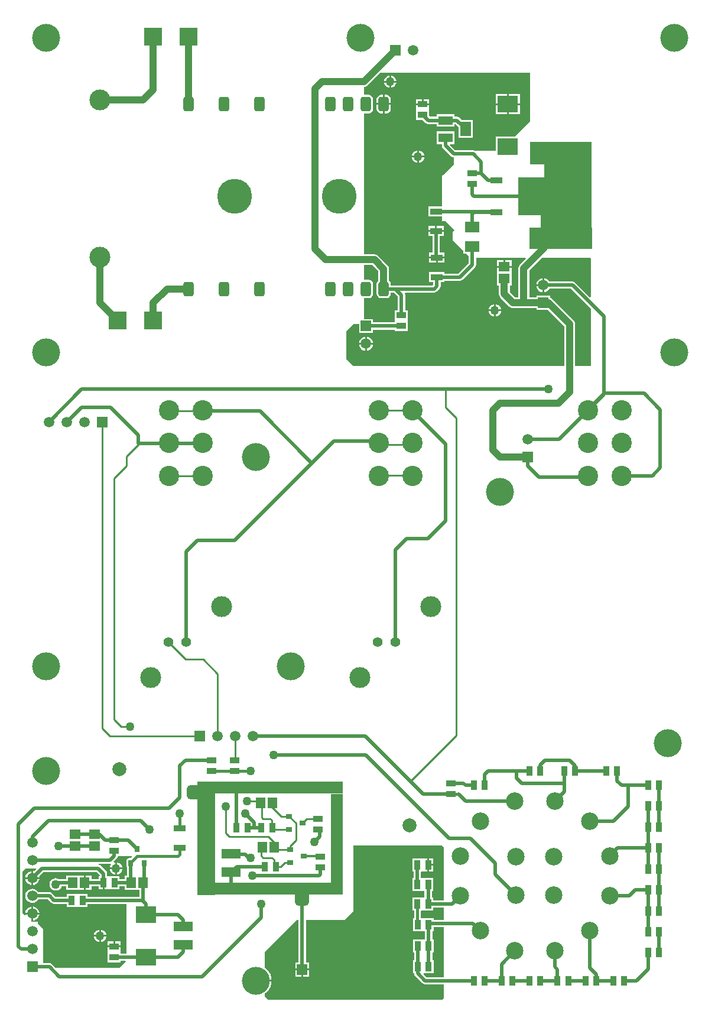
<source format=gtl>
G04*
G04 #@! TF.GenerationSoftware,Altium Limited,CircuitStudio,1.5.2 (30)*
G04*
G04 Layer_Physical_Order=1*
G04 Layer_Color=11767835*
%FSLAX25Y25*%
%MOIN*%
G70*
G01*
G75*
%ADD10R,0.07087X0.03543*%
%ADD11R,0.24410X0.21457*%
%ADD12R,0.11417X0.09449*%
%ADD13R,0.05315X0.03740*%
%ADD14R,0.06693X0.03740*%
G04:AMPARAMS|DCode=15|XSize=78.74mil|YSize=78.74mil|CornerRadius=19.69mil|HoleSize=0mil|Usage=FLASHONLY|Rotation=270.000|XOffset=0mil|YOffset=0mil|HoleType=Round|Shape=RoundedRectangle|*
%AMROUNDEDRECTD15*
21,1,0.07874,0.03937,0,0,270.0*
21,1,0.03937,0.07874,0,0,270.0*
1,1,0.03937,-0.01969,-0.01969*
1,1,0.03937,-0.01969,0.01969*
1,1,0.03937,0.01969,0.01969*
1,1,0.03937,0.01969,-0.01969*
%
%ADD15ROUNDEDRECTD15*%
%ADD16R,0.05512X0.06102*%
%ADD17R,0.03740X0.05315*%
%ADD18R,0.11024X0.05512*%
G04:AMPARAMS|DCode=19|XSize=29.92mil|YSize=35.43mil|CornerRadius=7.48mil|HoleSize=0mil|Usage=FLASHONLY|Rotation=0.000|XOffset=0mil|YOffset=0mil|HoleType=Round|Shape=RoundedRectangle|*
%AMROUNDEDRECTD19*
21,1,0.02992,0.02047,0,0,0.0*
21,1,0.01496,0.03543,0,0,0.0*
1,1,0.01496,0.00748,-0.01024*
1,1,0.01496,-0.00748,-0.01024*
1,1,0.01496,-0.00748,0.01024*
1,1,0.01496,0.00748,0.01024*
%
%ADD19ROUNDEDRECTD19*%
%ADD20R,0.06102X0.05512*%
%ADD21R,0.06299X0.07874*%
%ADD22R,0.07874X0.05118*%
G04:AMPARAMS|DCode=23|XSize=59.06mil|YSize=82.68mil|CornerRadius=14.76mil|HoleSize=0mil|Usage=FLASHONLY|Rotation=0.000|XOffset=0mil|YOffset=0mil|HoleType=Round|Shape=RoundedRectangle|*
%AMROUNDEDRECTD23*
21,1,0.05906,0.05315,0,0,0.0*
21,1,0.02953,0.08268,0,0,0.0*
1,1,0.02953,0.01476,-0.02658*
1,1,0.02953,-0.01476,-0.02658*
1,1,0.02953,-0.01476,0.02658*
1,1,0.02953,0.01476,0.02658*
%
%ADD23ROUNDEDRECTD23*%
%ADD24R,0.07874X0.05906*%
%ADD25R,0.03543X0.03150*%
%ADD26C,0.03937*%
%ADD27C,0.02000*%
%ADD28C,0.04000*%
%ADD29C,0.01000*%
%ADD30C,0.01500*%
%ADD31C,0.01181*%
%ADD32R,0.35000X0.13000*%
%ADD33R,0.27000X0.36000*%
%ADD34R,0.35177X0.12224*%
%ADD35R,0.10000X0.64000*%
%ADD36R,0.82000X0.07000*%
%ADD37R,0.07000X0.55000*%
%ADD38R,0.73000X0.07000*%
%ADD39R,0.05906X0.05906*%
%ADD40C,0.05906*%
%ADD41R,0.05906X0.05906*%
%ADD42C,0.11417*%
%ADD43C,0.11811*%
%ADD44C,0.05512*%
%ADD45C,0.15748*%
%ADD46R,0.09843X0.09843*%
%ADD47R,0.09843X0.09843*%
%ADD48C,0.19685*%
%ADD49C,0.09843*%
%ADD50C,0.07874*%
%ADD51C,0.05000*%
G36*
X292500Y504114D02*
X283913Y495528D01*
X273291D01*
Y487500D01*
X261572Y487500D01*
X261280Y487695D01*
X260500Y487850D01*
X250345D01*
X247326Y490869D01*
X247517Y491331D01*
X249728D01*
Y498449D01*
X239854D01*
Y491331D01*
X242752D01*
Y490520D01*
X242907Y489739D01*
X243349Y489078D01*
X248058Y484369D01*
X248720Y483927D01*
X249500Y483772D01*
Y480000D01*
X243500Y474000D01*
X243000Y473500D01*
Y456193D01*
X235154D01*
Y450453D01*
X243000D01*
Y448000D01*
X245000D01*
X250000Y443000D01*
X249000Y442000D01*
X249000Y437024D01*
X254906Y431118D01*
Y429512D01*
X256512D01*
X257961Y428063D01*
Y424156D01*
X252144Y418338D01*
X244346D01*
Y419169D01*
X235653D01*
Y413429D01*
X237961D01*
Y412156D01*
X237549Y411744D01*
X214001D01*
Y412362D01*
X213809Y413328D01*
X213262Y414148D01*
X212994Y414326D01*
Y420905D01*
X212892Y421680D01*
X212717Y422104D01*
X212593Y422403D01*
X212117Y423023D01*
X206842Y428298D01*
X206222Y428774D01*
X205711Y428986D01*
X205499Y429073D01*
X204724Y429175D01*
X199000D01*
Y508735D01*
X201476D01*
X202443Y508927D01*
X203262Y509475D01*
X203809Y510294D01*
X204001Y511260D01*
Y516575D01*
X203809Y517541D01*
X203262Y518360D01*
X202443Y518907D01*
X201476Y519100D01*
X199000D01*
Y523604D01*
X199594Y523683D01*
X199805Y523770D01*
X200316Y523982D01*
X200936Y524458D01*
X207975Y531496D01*
X292500D01*
X292500Y504114D01*
D02*
G37*
G36*
X326772Y426812D02*
Y405112D01*
X326310Y404921D01*
X317977Y413253D01*
X317316Y413695D01*
X316535Y413850D01*
X303418D01*
X302819Y414630D01*
X301993Y415264D01*
X301032Y415662D01*
X300500Y415732D01*
Y411811D01*
Y407890D01*
X301032Y407960D01*
X301993Y408358D01*
X302819Y408992D01*
X303418Y409772D01*
X315691D01*
X326772Y398691D01*
Y366142D01*
X317986D01*
Y389764D01*
X317883Y390547D01*
X317581Y391277D01*
X317100Y391903D01*
X305053Y403951D01*
X304426Y404431D01*
X304213Y404520D01*
X303953Y404628D01*
Y405764D01*
X296047D01*
Y404837D01*
X292026D01*
Y420058D01*
X299134Y427165D01*
X326418D01*
X326772Y426812D01*
D02*
G37*
G36*
X13906Y82538D02*
X12786Y81418D01*
X12311Y81480D01*
Y78059D01*
X15732D01*
X15670Y78534D01*
X18097Y80961D01*
X48155D01*
X49910Y79207D01*
Y78658D01*
X49079D01*
Y77039D01*
X45102D01*
Y79051D01*
X41846D01*
Y75000D01*
Y70949D01*
X45102D01*
Y72961D01*
X49079D01*
Y71342D01*
X51449D01*
Y75000D01*
X52449D01*
Y71342D01*
X54819D01*
Y71342D01*
X55181D01*
Y71342D01*
X60921D01*
Y72961D01*
X63898D01*
Y70949D01*
X72307D01*
Y67039D01*
X42921D01*
Y68657D01*
X37319D01*
X37181Y68657D01*
X37000D01*
X36819D01*
X36681Y68657D01*
X31079D01*
Y67039D01*
X24845D01*
X22883Y69001D01*
X22221Y69443D01*
X21441Y69598D01*
X15229D01*
X14630Y70378D01*
X13804Y71012D01*
X12843Y71410D01*
X11811Y71546D01*
X10779Y71410D01*
X9818Y71012D01*
X8992Y70378D01*
X8358Y69552D01*
X7960Y68591D01*
X7824Y67559D01*
X7960Y66527D01*
X8358Y65566D01*
X8992Y64740D01*
X9818Y64106D01*
X10779Y63708D01*
X11811Y63572D01*
X12843Y63708D01*
X13804Y64106D01*
X14630Y64740D01*
X15229Y65520D01*
X20596D01*
X22558Y63558D01*
X23220Y63116D01*
X24000Y62961D01*
X31079D01*
Y61343D01*
X36681D01*
X36819Y61343D01*
X37000D01*
X37181D01*
X37319Y61343D01*
X42921D01*
Y62961D01*
X65000D01*
Y34988D01*
X62011D01*
X61658Y35342D01*
Y35681D01*
X61658Y35819D01*
Y36000D01*
Y36181D01*
X61658Y36319D01*
Y38551D01*
X54343D01*
Y36319D01*
X54343Y36181D01*
Y36000D01*
Y35819D01*
X54343Y35681D01*
Y30079D01*
X61658D01*
Y30910D01*
X64256D01*
X64448Y30448D01*
X61000Y27000D01*
X24884D01*
X22883Y29001D01*
X22221Y29443D01*
X21441Y29598D01*
X18000D01*
Y49000D01*
X15000Y52000D01*
Y53000D01*
X11257D01*
X11151Y53155D01*
X11311Y53417D01*
Y57059D01*
X7890D01*
X7927Y56780D01*
X7453Y56547D01*
X6039Y57961D01*
Y81039D01*
X8000Y83000D01*
X13715D01*
X13906Y82538D01*
D02*
G37*
G36*
X67823Y90000D02*
X68015Y89538D01*
X67345Y88869D01*
X66512D01*
X65830Y88733D01*
X65251Y88347D01*
X64865Y87769D01*
X64729Y87087D01*
Y85039D01*
X64865Y84357D01*
X65221Y83825D01*
Y79051D01*
X63898D01*
Y77039D01*
X60921D01*
Y78658D01*
X55181D01*
Y78658D01*
X54819D01*
Y78658D01*
X53988D01*
Y80051D01*
X53833Y80831D01*
X53391Y81493D01*
X50442Y84442D01*
X49780Y84884D01*
X49097Y85020D01*
X49146Y85520D01*
X55559D01*
X55952Y85598D01*
X56234Y85144D01*
X55943Y84765D01*
X55590Y83914D01*
X55536Y83500D01*
X58500D01*
Y86464D01*
X58086Y86410D01*
X57940Y86349D01*
X57657Y86773D01*
X59442Y88558D01*
X59884Y89220D01*
X60039Y90000D01*
X67823D01*
D02*
G37*
G36*
X244000Y54039D02*
X238205D01*
Y54839D01*
X232602D01*
X232465Y54839D01*
X232283D01*
X232102D01*
X231965Y54839D01*
X230733D01*
Y58989D01*
X231087Y59342D01*
X231681D01*
X231819Y59342D01*
X232000D01*
X232181D01*
X232319Y59342D01*
X237921D01*
Y60961D01*
X244000D01*
Y54039D01*
D02*
G37*
G36*
Y21724D02*
X234160D01*
X232482Y23402D01*
X232689Y23902D01*
X238205D01*
Y31216D01*
X237374D01*
Y35713D01*
X238205D01*
Y43028D01*
X237374D01*
Y47524D01*
X238205D01*
Y49961D01*
X244000D01*
Y21724D01*
D02*
G37*
G36*
X207006Y419665D02*
Y414326D01*
X206738Y414148D01*
X206191Y413328D01*
X205999Y412362D01*
Y407047D01*
X206191Y406081D01*
X206738Y405262D01*
X207557Y404714D01*
X208524Y404522D01*
X211476D01*
X212443Y404714D01*
X213262Y405262D01*
X213809Y406081D01*
X214001Y407047D01*
Y407665D01*
X215762D01*
X217961Y405466D01*
Y397732D01*
X216342D01*
Y391992D01*
X216342D01*
Y391630D01*
X216342D01*
Y390799D01*
X203953D01*
Y392713D01*
X199000D01*
Y404522D01*
X201476D01*
X202443Y404714D01*
X203262Y405262D01*
X203809Y406081D01*
X204001Y407047D01*
Y412362D01*
X203809Y413328D01*
X203262Y414148D01*
X202443Y414695D01*
X201476Y414887D01*
X199000D01*
Y423187D01*
X203484D01*
X207006Y419665D01*
D02*
G37*
G36*
X290113Y426703D02*
X286860Y423451D01*
X286380Y422824D01*
X286077Y422094D01*
X285974Y421311D01*
Y404837D01*
X284253D01*
X281026Y408064D01*
Y411709D01*
X282051D01*
Y418402D01*
Y421658D01*
X278000D01*
X273949D01*
Y418402D01*
Y411709D01*
X274974D01*
Y406811D01*
X275077Y406028D01*
X275379Y405298D01*
X275860Y404671D01*
X280860Y399671D01*
X281487Y399190D01*
X282217Y398888D01*
X283000Y398785D01*
X283000Y398785D01*
X296047D01*
Y397858D01*
X302587D01*
X311935Y388510D01*
Y366142D01*
X259842D01*
X192913Y366142D01*
X188976Y370079D01*
X188976Y385976D01*
X193000Y390000D01*
X196047D01*
Y384807D01*
X203953D01*
Y386721D01*
X216342D01*
Y385890D01*
X223657D01*
Y391630D01*
X223657D01*
Y391992D01*
X223657D01*
Y397732D01*
X222039D01*
Y406311D01*
X222039Y406311D01*
X221884Y407091D01*
X221795Y407225D01*
X222031Y407665D01*
X238394D01*
X239174Y407821D01*
X239836Y408263D01*
X241442Y409869D01*
X241884Y410531D01*
X242039Y411311D01*
Y413429D01*
X244346D01*
Y414260D01*
X252988D01*
X253769Y414415D01*
X254430Y414857D01*
X261442Y421869D01*
X261884Y422531D01*
X262039Y423311D01*
X262039Y423311D01*
Y427165D01*
X289922D01*
X290113Y426703D01*
D02*
G37*
G36*
X244000Y95000D02*
Y65039D01*
X237921D01*
Y66658D01*
X237090D01*
Y70342D01*
X237921D01*
Y77658D01*
X232319D01*
X232181Y77658D01*
X232000D01*
X231819D01*
X231681Y77658D01*
X230988D01*
Y80989D01*
X231342Y81343D01*
X231681D01*
X231819Y81343D01*
X232000D01*
X232181D01*
X232319Y81343D01*
X234551D01*
Y85000D01*
Y88657D01*
X232319D01*
X232181Y88657D01*
X232000D01*
X231819D01*
X231681Y88657D01*
X226079D01*
Y81343D01*
X226910D01*
Y77658D01*
X226079D01*
Y70342D01*
X231681D01*
X231819Y70342D01*
X232000D01*
X232181D01*
X232319Y70342D01*
X233012D01*
Y67011D01*
X232658Y66658D01*
X232319D01*
X232181Y66658D01*
X232000D01*
X231819D01*
X231681Y66658D01*
X226079D01*
Y59342D01*
X227165D01*
Y54839D01*
X226362D01*
Y47524D01*
X231965D01*
X232102Y47524D01*
X232283D01*
X232465D01*
X232602Y47524D01*
X233295D01*
Y43028D01*
X232465D01*
Y43028D01*
X232102D01*
Y43028D01*
X226362D01*
Y35713D01*
X227193D01*
Y31216D01*
X226362D01*
Y23902D01*
X227193D01*
Y23768D01*
X227348Y22987D01*
X227790Y22326D01*
X231873Y18243D01*
X232535Y17801D01*
X233315Y17646D01*
X244000D01*
Y11000D01*
Y10000D01*
X243000Y9000D01*
X145000D01*
X144000Y10000D01*
X143000Y11000D01*
Y12477D01*
X144100Y13380D01*
X145209Y14731D01*
X146034Y16273D01*
X146541Y17945D01*
X146663Y19185D01*
X137795D01*
Y20185D01*
X146663D01*
X146541Y21425D01*
X146034Y23097D01*
X145209Y24639D01*
X144100Y25990D01*
X143000Y26893D01*
Y33000D01*
Y36000D01*
X157000Y50000D01*
X161000Y54000D01*
X161961D01*
Y29953D01*
X160047D01*
Y26500D01*
X164000D01*
Y26000D01*
D01*
Y26500D01*
X167953D01*
Y29953D01*
X166039D01*
Y54000D01*
X188000D01*
X193000Y59000D01*
Y96000D01*
X243000D01*
X244000Y95000D01*
D02*
G37*
%LPC*%
G36*
X62464Y82500D02*
X59500D01*
Y79536D01*
X59914Y79590D01*
X60765Y79943D01*
X61496Y80504D01*
X62057Y81235D01*
X62410Y82086D01*
X62464Y82500D01*
D02*
G37*
G36*
X237921Y84500D02*
X235551D01*
Y81343D01*
X237921D01*
Y84500D01*
D02*
G37*
G36*
X199500Y382681D02*
X198968Y382611D01*
X198007Y382213D01*
X197181Y381579D01*
X196547Y380753D01*
X196149Y379792D01*
X196079Y379260D01*
X199500D01*
Y382681D01*
D02*
G37*
G36*
X200500D02*
Y379260D01*
X203921D01*
X203851Y379792D01*
X203453Y380753D01*
X202819Y381579D01*
X201993Y382213D01*
X201032Y382611D01*
X200500Y382681D01*
D02*
G37*
G36*
X272138Y397138D02*
X269173D01*
X269228Y396724D01*
X269581Y395873D01*
X270142Y395142D01*
X270873Y394581D01*
X271724Y394228D01*
X272138Y394173D01*
Y397138D01*
D02*
G37*
G36*
X203921Y378260D02*
X200500D01*
Y374839D01*
X201032Y374909D01*
X201993Y375307D01*
X202819Y375941D01*
X203453Y376766D01*
X203851Y377728D01*
X203921Y378260D01*
D02*
G37*
G36*
X59500Y86464D02*
Y83500D01*
X62464D01*
X62410Y83914D01*
X62057Y84765D01*
X61496Y85496D01*
X60765Y86057D01*
X59914Y86410D01*
X59500Y86464D01*
D02*
G37*
G36*
X235551Y88657D02*
Y85500D01*
X237921D01*
Y88657D01*
X235551D01*
D02*
G37*
G36*
X199500Y378260D02*
X196079D01*
X196149Y377728D01*
X196547Y376766D01*
X197181Y375941D01*
X198007Y375307D01*
X198968Y374909D01*
X199500Y374839D01*
Y378260D01*
D02*
G37*
G36*
X58500Y82500D02*
X55536D01*
X55590Y82086D01*
X55943Y81235D01*
X56504Y80504D01*
X57235Y79943D01*
X58086Y79590D01*
X58500Y79536D01*
Y82500D01*
D02*
G37*
G36*
X49500Y44500D02*
X46536D01*
X46590Y44086D01*
X46943Y43235D01*
X47504Y42504D01*
X48235Y41943D01*
X49086Y41590D01*
X49500Y41536D01*
Y44500D01*
D02*
G37*
G36*
X53464D02*
X50500D01*
Y41536D01*
X50914Y41590D01*
X51765Y41943D01*
X52496Y42504D01*
X53057Y43235D01*
X53410Y44086D01*
X53464Y44500D01*
D02*
G37*
G36*
X49500Y48464D02*
X49086Y48410D01*
X48235Y48057D01*
X47504Y47496D01*
X46943Y46765D01*
X46590Y45914D01*
X46536Y45500D01*
X49500D01*
Y48464D01*
D02*
G37*
G36*
X61658Y41921D02*
X58500D01*
Y39551D01*
X61658D01*
Y41921D01*
D02*
G37*
G36*
X163500Y25500D02*
X160047D01*
Y22047D01*
X163500D01*
Y25500D01*
D02*
G37*
G36*
X167953D02*
X164500D01*
Y22047D01*
X167953D01*
Y25500D01*
D02*
G37*
G36*
X57500Y41921D02*
X54343D01*
Y39551D01*
X57500D01*
Y41921D01*
D02*
G37*
G36*
X50500Y48464D02*
Y45500D01*
X53464D01*
X53410Y45914D01*
X53057Y46765D01*
X52496Y47496D01*
X51765Y48057D01*
X50914Y48410D01*
X50500Y48464D01*
D02*
G37*
G36*
X11311Y77059D02*
X7890D01*
X7960Y76527D01*
X8358Y75566D01*
X8992Y74740D01*
X9818Y74106D01*
X10779Y73708D01*
X11311Y73638D01*
Y77059D01*
D02*
G37*
G36*
X40846Y79051D02*
X30898D01*
Y77039D01*
X26789D01*
X26765Y77057D01*
X25914Y77410D01*
X25000Y77530D01*
X24086Y77410D01*
X23235Y77057D01*
X22504Y76496D01*
X21943Y75765D01*
X21590Y74914D01*
X21470Y74000D01*
X21590Y73086D01*
X21943Y72235D01*
X22504Y71504D01*
X23235Y70943D01*
X24086Y70590D01*
X25000Y70470D01*
X25914Y70590D01*
X26765Y70943D01*
X27496Y71504D01*
X28057Y72235D01*
X28358Y72961D01*
X30898D01*
Y70949D01*
X40846D01*
Y75000D01*
Y79051D01*
D02*
G37*
G36*
X11311Y81480D02*
X10779Y81410D01*
X9818Y81012D01*
X8992Y80378D01*
X8358Y79553D01*
X7960Y78591D01*
X7890Y78059D01*
X11311D01*
Y81480D01*
D02*
G37*
G36*
X15732Y77059D02*
X12311D01*
Y73638D01*
X12843Y73708D01*
X13804Y74106D01*
X14630Y74740D01*
X15264Y75566D01*
X15662Y76527D01*
X15732Y77059D01*
D02*
G37*
G36*
Y57059D02*
X12311D01*
Y53638D01*
X12843Y53708D01*
X13804Y54106D01*
X14630Y54740D01*
X15264Y55566D01*
X15662Y56527D01*
X15732Y57059D01*
D02*
G37*
G36*
X11311Y61480D02*
X10779Y61410D01*
X9818Y61012D01*
X8992Y60378D01*
X8358Y59553D01*
X7960Y58591D01*
X7890Y58059D01*
X11311D01*
Y61480D01*
D02*
G37*
G36*
X12311D02*
Y58059D01*
X15732D01*
X15662Y58591D01*
X15264Y59553D01*
X14630Y60378D01*
X13804Y61012D01*
X12843Y61410D01*
X12311Y61480D01*
D02*
G37*
G36*
X214001Y513417D02*
X210500D01*
Y508735D01*
X211476D01*
X212443Y508927D01*
X213262Y509475D01*
X213809Y510294D01*
X214001Y511260D01*
Y513417D01*
D02*
G37*
G36*
X279500Y519543D02*
X273291D01*
Y514319D01*
X279500D01*
Y519543D01*
D02*
G37*
G36*
X286709D02*
X280500D01*
Y514319D01*
X286709D01*
Y519543D01*
D02*
G37*
G36*
X209500Y513417D02*
X205999D01*
Y511260D01*
X206191Y510294D01*
X206738Y509475D01*
X207557Y508927D01*
X208524Y508735D01*
X209500D01*
Y513417D01*
D02*
G37*
G36*
X235658Y513362D02*
X228343D01*
Y511130D01*
X228343Y510992D01*
Y510811D01*
Y510630D01*
X228343Y510492D01*
Y504890D01*
X231986D01*
X233586Y503290D01*
X234247Y502848D01*
X235028Y502693D01*
X235028Y502693D01*
X239854D01*
Y501173D01*
X249728D01*
Y502693D01*
X250443D01*
X252059Y501077D01*
Y494874D01*
X260358D01*
Y504748D01*
X254155D01*
X252729Y506174D01*
X252068Y506616D01*
X251287Y506772D01*
X249728D01*
Y508291D01*
X239854D01*
Y506772D01*
X236069D01*
X235658Y507183D01*
Y510492D01*
X235658Y510630D01*
Y510811D01*
Y510992D01*
X235658Y511130D01*
Y513362D01*
D02*
G37*
G36*
X279500Y513319D02*
X273291D01*
Y508095D01*
X279500D01*
Y513319D01*
D02*
G37*
G36*
X286709D02*
X280500D01*
Y508095D01*
X286709D01*
Y513319D01*
D02*
G37*
G36*
X231500Y516732D02*
X228343D01*
Y514362D01*
X231500D01*
Y516732D01*
D02*
G37*
G36*
X217047Y526075D02*
X214083D01*
Y523110D01*
X214496Y523165D01*
X215348Y523518D01*
X216079Y524079D01*
X216640Y524810D01*
X216993Y525661D01*
X217047Y526075D01*
D02*
G37*
G36*
X213083Y530039D02*
X212669Y529985D01*
X211818Y529632D01*
X211087Y529071D01*
X210525Y528340D01*
X210173Y527489D01*
X210118Y527075D01*
X213083D01*
Y530039D01*
D02*
G37*
G36*
X214083D02*
Y527075D01*
X217047D01*
X216993Y527489D01*
X216640Y528340D01*
X216079Y529071D01*
X215348Y529632D01*
X214496Y529985D01*
X214083Y530039D01*
D02*
G37*
G36*
X213083Y526075D02*
X210118D01*
X210173Y525661D01*
X210525Y524810D01*
X211087Y524079D01*
X211818Y523518D01*
X212669Y523165D01*
X213083Y523110D01*
Y526075D01*
D02*
G37*
G36*
X235658Y516732D02*
X232500D01*
Y514362D01*
X235658D01*
Y516732D01*
D02*
G37*
G36*
X209500Y519100D02*
X208524D01*
X207557Y518907D01*
X206738Y518360D01*
X206191Y517541D01*
X205999Y516575D01*
Y514417D01*
X209500D01*
Y519100D01*
D02*
G37*
G36*
X211476D02*
X210500D01*
Y514417D01*
X214001D01*
Y516575D01*
X213809Y517541D01*
X213262Y518360D01*
X212443Y518907D01*
X211476Y519100D01*
D02*
G37*
G36*
X229831Y487716D02*
Y484752D01*
X232795D01*
X232741Y485166D01*
X232388Y486017D01*
X231827Y486748D01*
X231096Y487309D01*
X230244Y487662D01*
X229831Y487716D01*
D02*
G37*
G36*
X299500Y415732D02*
X298968Y415662D01*
X298007Y415264D01*
X297181Y414630D01*
X296547Y413804D01*
X296149Y412843D01*
X296079Y412311D01*
X299500D01*
Y415732D01*
D02*
G37*
G36*
X277500Y425913D02*
X273949D01*
Y422657D01*
X277500D01*
Y425913D01*
D02*
G37*
G36*
X282051D02*
X278500D01*
Y422657D01*
X282051D01*
Y425913D01*
D02*
G37*
G36*
X299500Y411311D02*
X296079D01*
X296149Y410779D01*
X296547Y409818D01*
X297181Y408992D01*
X298007Y408358D01*
X298968Y407960D01*
X299500Y407890D01*
Y411311D01*
D02*
G37*
G36*
X276102Y397138D02*
X273138D01*
Y394173D01*
X273552Y394228D01*
X274403Y394581D01*
X275134Y395142D01*
X275695Y395873D01*
X276048Y396724D01*
X276102Y397138D01*
D02*
G37*
G36*
X272138Y401102D02*
X271724Y401048D01*
X270873Y400695D01*
X270142Y400134D01*
X269581Y399403D01*
X269228Y398552D01*
X269173Y398138D01*
X272138D01*
Y401102D01*
D02*
G37*
G36*
X273138D02*
Y398138D01*
X276102D01*
X276048Y398552D01*
X275695Y399403D01*
X275134Y400134D01*
X274403Y400695D01*
X273552Y401048D01*
X273138Y401102D01*
D02*
G37*
G36*
X239500Y426823D02*
X235653D01*
Y424453D01*
X239500D01*
Y426823D01*
D02*
G37*
G36*
X228831Y483752D02*
X225866D01*
X225921Y483338D01*
X226273Y482487D01*
X226835Y481756D01*
X227566Y481195D01*
X228417Y480842D01*
X228831Y480788D01*
Y483752D01*
D02*
G37*
G36*
X232795D02*
X229831D01*
Y480788D01*
X230244Y480842D01*
X231096Y481195D01*
X231827Y481756D01*
X232388Y482487D01*
X232741Y483338D01*
X232795Y483752D01*
D02*
G37*
G36*
X228831Y487716D02*
X228417Y487662D01*
X227566Y487309D01*
X226835Y486748D01*
X226273Y486017D01*
X225921Y485166D01*
X225866Y484752D01*
X228831D01*
Y487716D01*
D02*
G37*
G36*
X243847Y445169D02*
X240000D01*
Y442799D01*
X243847D01*
Y445169D01*
D02*
G37*
G36*
X244346Y426823D02*
X240500D01*
Y424453D01*
X244346D01*
Y426823D01*
D02*
G37*
G36*
X239500Y442299D02*
D01*
Y441799D01*
X235154D01*
Y439429D01*
X237461D01*
Y435039D01*
Y430193D01*
X235653D01*
Y427823D01*
X244346D01*
Y430193D01*
X241539D01*
Y435039D01*
Y439429D01*
X243847D01*
Y441799D01*
X239500D01*
Y442299D01*
D02*
G37*
G36*
X239000Y445169D02*
X235154D01*
Y442799D01*
X239000D01*
Y445169D01*
D02*
G37*
%LPD*%
D10*
X273465Y470787D02*
D03*
Y452835D02*
D03*
D11*
X297874Y461811D02*
D03*
D12*
X280000Y489803D02*
D03*
Y513819D02*
D03*
X76000Y32992D02*
D03*
Y57008D02*
D03*
D13*
X232000Y507760D02*
D03*
Y513862D02*
D03*
X260000Y468760D02*
D03*
Y474862D02*
D03*
X248000Y124949D02*
D03*
Y131051D02*
D03*
X58000Y99051D02*
D03*
Y92949D02*
D03*
X113000Y137949D02*
D03*
Y144051D02*
D03*
X126000D02*
D03*
Y137949D02*
D03*
X174213Y89665D02*
D03*
Y83563D02*
D03*
X173000Y104949D02*
D03*
Y111051D02*
D03*
X58000Y39051D02*
D03*
Y32949D02*
D03*
X220000Y394862D02*
D03*
Y388760D02*
D03*
D14*
X239500Y442299D02*
D03*
Y453323D02*
D03*
X240000Y427323D02*
D03*
Y416299D02*
D03*
X95000Y105512D02*
D03*
Y94488D02*
D03*
D15*
X103000Y126000D02*
D03*
X164000Y66000D02*
D03*
D16*
X74347Y75000D02*
D03*
X67654D02*
D03*
X34653D02*
D03*
X41346D02*
D03*
X148346Y95000D02*
D03*
X141654D02*
D03*
X147346Y120000D02*
D03*
X140654D02*
D03*
D17*
X260728Y129921D02*
D03*
X266831D02*
D03*
X292224Y137795D02*
D03*
X298327D02*
D03*
X311909D02*
D03*
X318012D02*
D03*
X335531D02*
D03*
X341634D02*
D03*
X359154Y129921D02*
D03*
X365256D02*
D03*
Y106299D02*
D03*
X359154D02*
D03*
X365256Y118110D02*
D03*
X359154D02*
D03*
Y94488D02*
D03*
X365256D02*
D03*
X359154Y82677D02*
D03*
X365256D02*
D03*
Y59055D02*
D03*
X359154D02*
D03*
X365256Y70866D02*
D03*
X359154D02*
D03*
X365256Y47244D02*
D03*
X359154D02*
D03*
Y35433D02*
D03*
X365256D02*
D03*
X339469Y19685D02*
D03*
X345571D02*
D03*
X323721D02*
D03*
X329823D02*
D03*
X307972D02*
D03*
X314075D02*
D03*
X292224D02*
D03*
X298327D02*
D03*
X276476D02*
D03*
X282579D02*
D03*
X260728D02*
D03*
X266831D02*
D03*
X235335Y39370D02*
D03*
X229232D02*
D03*
X235335Y27559D02*
D03*
X229232D02*
D03*
Y51181D02*
D03*
X235335D02*
D03*
X235051Y63000D02*
D03*
X228949D02*
D03*
X235051Y85000D02*
D03*
X228949D02*
D03*
Y74000D02*
D03*
X235051D02*
D03*
X51949Y75000D02*
D03*
X58051D02*
D03*
X40051Y65000D02*
D03*
X33949D02*
D03*
X149051Y84000D02*
D03*
X142949D02*
D03*
X147051Y106000D02*
D03*
X140949D02*
D03*
X133051D02*
D03*
X126949D02*
D03*
D18*
X97000Y39882D02*
D03*
Y50118D02*
D03*
X124000Y91118D02*
D03*
Y80882D02*
D03*
D19*
X74740Y86063D02*
D03*
X67260D02*
D03*
X71000Y93937D02*
D03*
D20*
X36000Y102347D02*
D03*
Y95653D02*
D03*
X47000Y102347D02*
D03*
Y95653D02*
D03*
X278000Y422157D02*
D03*
Y415465D02*
D03*
D21*
X256209Y499811D02*
D03*
D22*
X244791Y494890D02*
D03*
Y504732D02*
D03*
D23*
X100000Y513917D02*
D03*
X120000D02*
D03*
X140000D02*
D03*
X180000D02*
D03*
X190000D02*
D03*
X200000D02*
D03*
X210000D02*
D03*
Y409705D02*
D03*
X200000D02*
D03*
X190000D02*
D03*
X180000D02*
D03*
X140000D02*
D03*
X120000D02*
D03*
X100000D02*
D03*
D24*
X259842Y444488D02*
D03*
Y433465D02*
D03*
D25*
X164937Y90000D02*
D03*
X157063Y86260D02*
D03*
Y93740D02*
D03*
X164339Y108653D02*
D03*
X156465Y104913D02*
D03*
Y112394D02*
D03*
D26*
X210000Y409705D02*
Y420905D01*
X204724Y426181D02*
X210000Y420905D01*
X177165Y426181D02*
X204724D01*
X171260Y432087D02*
X177165Y426181D01*
X171260Y432087D02*
Y522638D01*
X175197Y526575D01*
X198819D01*
X216535Y544291D01*
D27*
X276575Y423583D02*
X278000Y422157D01*
X260000Y423311D02*
Y433465D01*
X252988Y416299D02*
X260000Y423311D01*
X239500Y435039D02*
Y442299D01*
Y427823D02*
Y435039D01*
X323622Y303543D02*
X325984Y301181D01*
X297638Y303543D02*
X323622D01*
X291339Y309842D02*
X297638Y303543D01*
X291339Y309842D02*
Y314961D01*
X361417Y304331D02*
X366000Y308913D01*
X344153Y304331D02*
X361417D01*
X366000Y308913D02*
Y341480D01*
X334587Y350787D02*
X356693D01*
X328287Y344488D02*
X334587Y350787D01*
X356693D02*
X366000Y341480D01*
X308760Y324961D02*
X325138Y341339D01*
X291339Y324961D02*
X308760D01*
X334193Y350394D02*
Y393701D01*
X325138Y341339D02*
X334193Y350394D01*
X205972Y323890D02*
X207028Y322835D01*
X181890Y323890D02*
X205972D01*
X169291Y311291D02*
X181890Y323890D01*
X169291Y311291D02*
Y311709D01*
X126000Y268000D02*
X169291Y311291D01*
X140055Y340945D02*
X169291Y311709D01*
X225984Y341339D02*
X245000Y322323D01*
Y279000D02*
Y322323D01*
X102815Y340945D02*
X140055D01*
X56000Y343000D02*
X71653Y327346D01*
Y322654D02*
Y327346D01*
X71441Y322441D02*
X107874D01*
X39685Y353150D02*
X245000D01*
X21181Y334646D02*
X39685Y353150D01*
X316535Y411811D02*
X334193Y394153D01*
X300000Y411811D02*
X316535D01*
X297874Y459437D02*
X300500Y456811D01*
X297874Y459437D02*
Y461811D01*
X210000Y409705D02*
X216606D01*
X240000Y411311D02*
Y416299D01*
X238394Y409705D02*
X240000Y411311D01*
X216606Y409705D02*
X238394D01*
X200000Y388760D02*
X220000D01*
X244791Y490520D02*
Y494890D01*
Y490520D02*
X249500Y485811D01*
X260500D01*
X264949Y481362D01*
Y474862D02*
Y481362D01*
X251287Y504732D02*
X256209Y499811D01*
X244791Y504732D02*
X251287D01*
X235028D02*
X244791D01*
X232000Y507760D02*
X235028Y504732D01*
X220000Y394862D02*
Y406311D01*
X216606Y409705D02*
X220000Y406311D01*
X240000Y416299D02*
X252988D01*
X239500Y427823D02*
X240000Y427323D01*
X272976Y453323D02*
X273465Y452835D01*
X239500Y453323D02*
X272976D01*
X261024Y452835D02*
X273465D01*
X260000Y451811D02*
X261024Y452835D01*
X260000Y447323D02*
Y451811D01*
X261000Y461811D02*
X297874D01*
X260000Y462811D02*
X261000Y461811D01*
X260000Y462811D02*
Y468760D01*
Y474862D02*
X264949D01*
X269024Y470787D01*
X273465D01*
X31181Y334646D02*
X39535Y343000D01*
X56000D01*
X164000Y26000D02*
Y66000D01*
X26000Y75000D02*
X34653D01*
X25000Y74000D02*
X26000Y75000D01*
X26654Y95653D02*
X36000D01*
X47000D01*
X126949Y128949D02*
X127000Y129000D01*
X126949Y106000D02*
Y128949D01*
X123000Y73000D02*
X124000Y74000D01*
Y80882D01*
X127118Y84000D01*
X142949D01*
X134000Y89000D02*
X135000D01*
X132000Y91000D02*
X134000Y89000D01*
X136000Y79000D02*
X173488D01*
X73000Y110000D02*
X78000Y105000D01*
X21000Y110000D02*
X73000D01*
X11811Y100811D02*
X21000Y110000D01*
X11811Y97559D02*
Y100811D01*
X89000Y117000D02*
X95000Y123000D01*
X13000Y117000D02*
X89000D01*
X4000Y108000D02*
X13000Y117000D01*
X4000Y39000D02*
Y108000D01*
Y39000D02*
X5441Y37559D01*
X11811D01*
X95000Y123000D02*
Y141000D01*
X98051Y144051D01*
X113000D01*
X58000Y90000D02*
Y92949D01*
X55559Y87559D02*
X58000Y90000D01*
X11811Y87559D02*
X55559D01*
X47000Y102347D02*
X49654D01*
X52949Y99051D01*
X74347Y65346D02*
Y75000D01*
X74000Y65000D02*
X74347Y65346D01*
X273000Y79583D02*
X284559Y68024D01*
X273000Y79583D02*
Y86000D01*
X259000Y100000D02*
X273000Y86000D01*
X247000Y100000D02*
X259000D01*
X200000Y147000D02*
X247000Y100000D01*
X148000Y147000D02*
X200000D01*
X256047Y120953D02*
X283965D01*
X252051Y124949D02*
X256047Y120953D01*
X248000Y131051D02*
X254949D01*
X256079Y129921D01*
X260728D01*
X311909Y131000D02*
Y137795D01*
Y126276D02*
Y131000D01*
X285000Y137795D02*
X292224D01*
X268795D02*
X285000D01*
X288000Y131000D02*
X311909D01*
X285000Y134000D02*
X288000Y131000D01*
X285000Y134000D02*
Y137795D01*
X266831Y129921D02*
Y135831D01*
X268795Y137795D01*
X298327D02*
Y141327D01*
X301000Y144000D01*
X315000D01*
X318012Y140988D01*
Y137795D02*
Y140988D01*
X306587Y120953D02*
X311909Y126276D01*
X318012Y137795D02*
X335531D01*
X348000Y129921D02*
X359154D01*
X344079D02*
X348000D01*
Y118000D02*
Y129921D01*
X339642Y109642D02*
X348000Y118000D01*
X326177Y109642D02*
X339642D01*
X341634Y132366D02*
Y137795D01*
Y132366D02*
X344079Y129921D01*
X365256Y118110D02*
Y129921D01*
X359154Y106299D02*
Y118110D01*
X365256Y106299D02*
Y118110D01*
Y82677D02*
Y94488D01*
X359154D02*
Y106299D01*
Y82677D02*
Y94488D01*
X337488Y90051D02*
X341925Y94488D01*
X359154D01*
X365256Y70866D02*
Y82677D01*
Y59055D02*
Y70866D01*
X337488Y67429D02*
X348429D01*
X351866Y70866D01*
X359154D01*
Y59055D02*
Y70866D01*
Y47244D02*
Y59055D01*
X365256Y35433D02*
Y47244D01*
X359154Y26153D02*
Y35433D01*
X352685Y19685D02*
X359154Y26153D01*
X345571Y19685D02*
X352685D01*
X329823D02*
X339469D01*
X326177Y26823D02*
Y47839D01*
Y26823D02*
X329823Y23177D01*
Y19685D02*
Y23177D01*
X314075Y19685D02*
X323721D01*
X306587Y27413D02*
Y36528D01*
Y27413D02*
X307972Y26028D01*
Y19685D02*
Y26028D01*
X298327Y19685D02*
X307972D01*
X282579D02*
X292224D01*
X260213Y52000D02*
X264374Y47839D01*
X236154Y52000D02*
X260213D01*
X235335Y51181D02*
X236154Y52000D01*
X276476Y29039D02*
X283965Y36528D01*
X276476Y19685D02*
Y29039D01*
X266831Y19685D02*
X276476D01*
X233315D02*
X260728D01*
X229232Y23768D02*
X233315Y19685D01*
X229232Y23768D02*
Y27559D01*
Y39370D01*
X235335Y27559D02*
Y39370D01*
Y51181D01*
X248634Y63000D02*
X253063Y67429D01*
X235051Y63000D02*
X248634D01*
X235051D02*
Y74000D01*
X228949D02*
Y85000D01*
X11811Y27559D02*
X21441D01*
X27000Y22000D01*
X171000Y98000D02*
X174000Y101000D01*
Y104949D01*
X126000Y91000D02*
X132000D01*
X137000Y106000D02*
X140949D01*
X133051D02*
X137000D01*
X132000Y114000D02*
X137000Y109000D01*
Y106000D02*
Y109000D01*
X67260Y86063D02*
Y86260D01*
X75957Y32949D02*
X76000Y32992D01*
X58000Y32949D02*
X75957D01*
X97000Y36000D02*
Y39882D01*
X93992Y32992D02*
X97000Y36000D01*
X76000Y32992D02*
X93992D01*
X97000Y50118D02*
Y54000D01*
X93992Y57008D02*
X97000Y54000D01*
X76000Y57008D02*
X93992D01*
X76000D02*
Y63000D01*
X74000Y65000D02*
X76000Y63000D01*
X40051Y65000D02*
X74000D01*
X11811Y67559D02*
X21441D01*
X24000Y65000D01*
X33949D01*
X11811Y77559D02*
X17252Y83000D01*
X49000D01*
X51949Y80051D01*
Y75000D02*
Y80051D01*
X65886Y99051D02*
X71000Y93937D01*
X58000Y99051D02*
X65886D01*
X52949D02*
X58000D01*
X36000Y102347D02*
X47000D01*
X41346Y75000D02*
X51949D01*
X58051D02*
X67654D01*
X74740Y75394D02*
Y86063D01*
X67260Y75394D02*
Y86063D01*
X136299Y157480D02*
X199520D01*
X232051Y124949D02*
X248000D01*
X98425Y210472D02*
Y261425D01*
X105000Y268000D01*
X126000D01*
X216535Y210630D02*
Y262535D01*
X223000Y269000D01*
X235000D01*
X245000Y279000D01*
Y353331D02*
X303000D01*
X199520Y157480D02*
X224500Y132500D01*
X232051Y124949D01*
X173488Y79000D02*
X174213Y79724D01*
Y83563D01*
X27000Y22000D02*
X107630D01*
X141000Y55370D01*
Y63000D01*
D28*
X275590Y345276D02*
X308661D01*
X271654Y341339D02*
X275590Y345276D01*
X271654Y318898D02*
Y341339D01*
X308661Y345276D02*
X314961Y351575D01*
Y389764D01*
X80000Y521811D02*
Y551811D01*
X74291Y516102D02*
X80000Y521811D01*
X50000Y516102D02*
X74291D01*
X50000Y401811D02*
X60000Y391811D01*
X50000Y401811D02*
Y427520D01*
X80000Y391811D02*
Y401811D01*
X87894Y409705D01*
X100000Y513917D02*
Y551811D01*
X275590Y314961D02*
X291339D01*
X271654Y318898D02*
X275590Y314961D01*
X302913Y401811D02*
X314961Y389764D01*
X300000Y401811D02*
X302913D01*
X289000D02*
X300000D01*
X283000D02*
X289000D01*
Y421311D01*
X300500Y432811D01*
Y456811D01*
X278000Y406811D02*
Y415465D01*
Y406811D02*
X283000Y401811D01*
X87894Y409705D02*
X100000D01*
D29*
X207028Y322047D02*
X222106D01*
X207028Y341339D02*
X225984D01*
X251000Y158000D02*
Y336795D01*
X245000Y342795D02*
X251000Y336795D01*
X245000Y342795D02*
Y353150D01*
X88917Y340945D02*
X102815D01*
X65000Y315394D02*
X72835Y323228D01*
X65000Y310000D02*
Y315394D01*
X88425Y210472D02*
X98110Y200787D01*
X108110D01*
X51181Y161819D02*
X55520Y157480D01*
X106299D01*
X51181Y161819D02*
Y334646D01*
X58000Y303000D02*
X65000Y310000D01*
X58000Y167000D02*
Y303000D01*
X141307Y111693D02*
Y119346D01*
X139654Y121000D02*
X141307Y119346D01*
X133000Y121000D02*
X139654D01*
X147000Y117528D02*
Y120000D01*
X121000Y103000D02*
Y118000D01*
X166685Y111000D02*
X173000D01*
X164339Y108653D02*
X166685Y111000D01*
X123000Y101000D02*
X145000D01*
X121000Y103000D02*
X123000Y101000D01*
X134949Y137949D02*
X135000Y138000D01*
X148346Y95000D02*
Y97654D01*
X145000Y101000D02*
X148346Y97654D01*
X152134Y112394D02*
X156465D01*
X147000Y117528D02*
X152134Y112394D01*
X156465D02*
X156661D01*
X160402Y108653D01*
Y99000D02*
Y108653D01*
X141307Y111693D02*
X142000Y111000D01*
X146000D01*
X146819Y110181D01*
Y104913D02*
Y110181D01*
Y104913D02*
X156465D01*
X140717Y90284D02*
Y92905D01*
Y90284D02*
X142000Y89000D01*
X147000D01*
X149606Y93740D02*
X157063D01*
X147000Y89000D02*
X148051Y87949D01*
Y84000D02*
Y87949D01*
X154260Y86260D02*
X157063D01*
X152000Y84000D02*
X154260Y86260D01*
X148051Y84000D02*
X152000D01*
X157063Y95661D02*
X160402Y99000D01*
X157063Y93740D02*
Y95661D01*
X126299Y144350D02*
Y157480D01*
X126000Y144051D02*
X126299Y144350D01*
X88917Y304331D02*
X107933D01*
X208268Y304724D02*
X227284D01*
X108110Y200787D02*
X116299Y192598D01*
Y157480D02*
Y192598D01*
X224500Y132500D02*
X225500D01*
X251000Y158000D01*
X58000Y167000D02*
X62000Y163000D01*
X67000D01*
D30*
X228949Y51465D02*
Y63000D01*
X248000Y124949D02*
X252051D01*
X113000Y137949D02*
X126000D01*
X134949D01*
X95000Y105512D02*
Y114000D01*
Y91000D02*
Y94488D01*
X94000Y90000D02*
X95000Y91000D01*
X71000Y90000D02*
X94000D01*
X67260Y86260D02*
X71000Y90000D01*
D31*
X164937D02*
X173878D01*
D32*
X310000Y486311D02*
D03*
D33*
X314000Y462311D02*
D03*
D34*
X309911Y438199D02*
D03*
D35*
X110000Y100000D02*
D03*
D36*
X146000Y71500D02*
D03*
D37*
X183500Y97500D02*
D03*
D38*
X150500Y128500D02*
D03*
D39*
X216535Y544291D02*
D03*
X106299Y157480D02*
D03*
X51181Y334646D02*
D03*
D40*
X226535Y544291D02*
D03*
X11811Y37559D02*
D03*
Y47559D02*
D03*
Y57559D02*
D03*
Y67559D02*
D03*
Y77559D02*
D03*
Y87559D02*
D03*
Y97559D02*
D03*
X116299Y157480D02*
D03*
X126299D02*
D03*
X136299D02*
D03*
X300000Y411811D02*
D03*
X291339Y324961D02*
D03*
X41181Y334646D02*
D03*
X31181D02*
D03*
X21181D02*
D03*
X200000Y378760D02*
D03*
D41*
X11811Y27559D02*
D03*
X164000Y26000D02*
D03*
X300000Y401811D02*
D03*
X291339Y314961D02*
D03*
X200000Y388760D02*
D03*
D42*
X226043Y341339D02*
D03*
Y322835D02*
D03*
Y304331D02*
D03*
X207028Y341339D02*
D03*
Y322835D02*
D03*
Y304331D02*
D03*
X88917D02*
D03*
Y322835D02*
D03*
Y341339D02*
D03*
X107933Y304331D02*
D03*
Y322835D02*
D03*
Y341339D02*
D03*
X344153D02*
D03*
Y322835D02*
D03*
Y304331D02*
D03*
X325138Y341339D02*
D03*
Y322835D02*
D03*
Y304331D02*
D03*
D43*
X196535Y190630D02*
D03*
X236535Y230630D02*
D03*
X118425Y230472D02*
D03*
X78425Y190472D02*
D03*
X50000Y516102D02*
D03*
Y427520D02*
D03*
D44*
X206535Y210630D02*
D03*
X216535D02*
D03*
X98425Y210472D02*
D03*
X88425D02*
D03*
D45*
X275590Y295276D02*
D03*
X157480Y196850D02*
D03*
X137795Y314961D02*
D03*
X19685Y137795D02*
D03*
X137795Y19685D02*
D03*
X19685Y196850D02*
D03*
X370079Y153543D02*
D03*
X196850Y551181D02*
D03*
X374016Y374016D02*
D03*
Y551181D02*
D03*
X19685Y374016D02*
D03*
Y551181D02*
D03*
D46*
X80000Y391811D02*
D03*
X60000D02*
D03*
D47*
X100000Y551811D02*
D03*
X80000D02*
D03*
D48*
X184772Y461811D02*
D03*
X125716D02*
D03*
D49*
X284559Y89457D02*
D03*
X305992Y68024D02*
D03*
Y89457D02*
D03*
X253063Y90051D02*
D03*
X264374Y109642D02*
D03*
X283965Y120953D02*
D03*
X306587D02*
D03*
X326177Y109642D02*
D03*
X337488Y90051D02*
D03*
Y67429D02*
D03*
X326177Y47839D02*
D03*
X306587Y36528D02*
D03*
X283965D02*
D03*
X264374Y47839D02*
D03*
X253063Y67429D02*
D03*
X284559Y68024D02*
D03*
D50*
X61024Y138779D02*
D03*
X224410Y107283D02*
D03*
D51*
X272638Y397638D02*
D03*
X229331Y484252D02*
D03*
X213583Y526575D02*
D03*
X59000Y83000D02*
D03*
X50000Y45000D02*
D03*
X121000Y118000D02*
D03*
X25000Y74000D02*
D03*
X26654Y95653D02*
D03*
X135000Y89000D02*
D03*
X136000Y79000D02*
D03*
X78000Y105000D02*
D03*
X148000Y147000D02*
D03*
X141000Y63000D02*
D03*
X171000Y98000D02*
D03*
X132000Y114000D02*
D03*
X133000Y121000D02*
D03*
X135000Y138000D02*
D03*
X95000Y114000D02*
D03*
X303000Y353331D02*
D03*
X67000Y163000D02*
D03*
X144685Y128937D02*
D03*
X160433D02*
D03*
X183071D02*
D03*
X125000D02*
D03*
X109252D02*
D03*
Y109252D02*
D03*
X110236Y71850D02*
D03*
X109252Y90551D02*
D03*
X183071D02*
D03*
Y70866D02*
D03*
X164370D02*
D03*
X131890D02*
D03*
X150591D02*
D03*
X183071Y110236D02*
D03*
M02*

</source>
